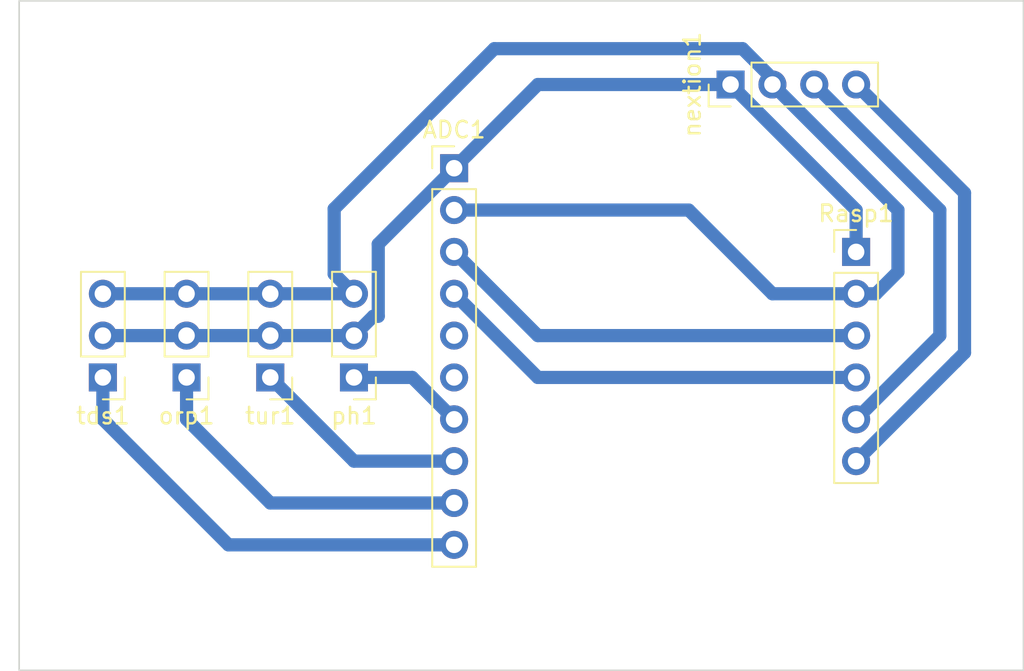
<source format=kicad_pcb>
(kicad_pcb (version 20221018) (generator pcbnew)
  (layers (0 "F.Cu" signal) (31 "B.Cu" signal) (34 "B.Paste" user) (35 "F.Paste" user) (36 "B.SilkS" user "B.Silkscreen") (37 "F.SilkS" user "F.Silkscreen") (38 "B.Mask" user) (39 "F.Mask" user) (44 "Edge.Cuts" user))
  (net 0 "")
  (net 1 "+5V")
  (net 2 "GND")
  (net 3 "Net-(ADC1-Pin_3)")
  (net 4 "Net-(ADC1-Pin_4)")
  (net 7 "Net-(ADC1-Pin_7)")
  (net 8 "Net-(ADC1-Pin_8)")
  (net 9 "Net-(ADC1-Pin_9)")
  (net 10 "Net-(ADC1-Pin_10)")
  (net 11 "Net-(Rasp1-Pin_5)")
  (net 12 "Net-(Rasp1-Pin_6)")
  (footprint "Connector_PinHeader_2.54mm:PinHeader_1x03_P2.54mm_Vertical" (layer "F.Cu") (at 167.64 83.82 180)
    (fp_text reference "orp1" (at 0 -2.33) (layer "F.SilkS"))
    (fp_text value "Conn_01x03_Pin")
    (fp_line (start -1.33 -1.33) (end 0 -1.33) (stroke (width 0.12)) (layer "F.SilkS"))
    (fp_line (start -1.33 0) (end -1.33 -1.33) (stroke (width 0.12)) (layer "F.SilkS"))
    (fp_line (start -1.33 1.27) (end -1.33 6.41) (stroke (width 0.12)) (layer "F.SilkS"))
    (fp_line (start -1.33 1.27) (end 1.33 1.27) (stroke (width 0.12)) (layer "F.SilkS"))
    (fp_line (start -1.33 6.41) (end 1.33 6.41) (stroke (width 0.12)) (layer "F.SilkS"))
    (fp_line (start 1.33 1.27) (end 1.33 6.41) (stroke (width 0.12)) (layer "F.SilkS"))
    (pad "1" thru_hole rect (at 0 0 180) (size 1.7 1.7) (drill 1) (layers "*.Cu" "*.Mask") (net 9 "Net-(ADC1-Pin_9)"))
    (pad "2" thru_hole oval (at 0 2.54 180) (size 1.7 1.7) (drill 1) (layers "*.Cu" "*.Mask") (net 1 "+5V"))
    (pad "3" thru_hole oval (at 0 5.08 180) (size 1.7 1.7) (drill 1) (layers "*.Cu" "*.Mask") (net 2 "GND"))
  )
  (footprint "Connector_PinHeader_2.54mm:PinHeader_1x04_P2.54mm_Vertical" (layer "F.Cu") (at 200.66 66.04 90)
    (fp_text reference "nextion1" (at 0 -2.33 90) (layer "F.SilkS"))
    (fp_text value "Conn_01x04_Pin")
    (fp_line (start -1.33 -1.33) (end 0 -1.33) (stroke (width 0.12)) (layer "F.SilkS"))
    (fp_line (start -1.33 0) (end -1.33 -1.33) (stroke (width 0.12)) (layer "F.SilkS"))
    (fp_line (start -1.33 1.27) (end -1.33 8.95) (stroke (width 0.12)) (layer "F.SilkS"))
    (fp_line (start -1.33 1.27) (end 1.33 1.27) (stroke (width 0.12)) (layer "F.SilkS"))
    (fp_line (start -1.33 8.95) (end 1.33 8.95) (stroke (width 0.12)) (layer "F.SilkS"))
    (fp_line (start 1.33 1.27) (end 1.33 8.95) (stroke (width 0.12)) (layer "F.SilkS"))
    (pad "1" thru_hole rect (at 0 0 90) (size 1.7 1.7) (drill 1) (layers "*.Cu" "*.Mask") (net 1 "+5V"))
    (pad "2" thru_hole oval (at 0 2.54 90) (size 1.7 1.7) (drill 1) (layers "*.Cu" "*.Mask") (net 2 "GND"))
    (pad "3" thru_hole oval (at 0 5.08 90) (size 1.7 1.7) (drill 1) (layers "*.Cu" "*.Mask") (net 11 "Net-(Rasp1-Pin_5)"))
    (pad "4" thru_hole oval (at 0 7.62 90) (size 1.7 1.7) (drill 1) (layers "*.Cu" "*.Mask") (net 12 "Net-(Rasp1-Pin_6)"))
  )
  (footprint "Connector_PinHeader_2.54mm:PinHeader_1x10_P2.54mm_Vertical" (layer "F.Cu") (at 183.88 71.12)
    (fp_text reference "ADC1" (at 0 -2.33) (layer "F.SilkS"))
    (fp_text value "Conn_01x10_Pin")
    (fp_line (start -1.33 -1.33) (end 0 -1.33) (stroke (width 0.12)) (layer "F.SilkS"))
    (fp_line (start -1.33 0) (end -1.33 -1.33) (stroke (width 0.12)) (layer "F.SilkS"))
    (fp_line (start -1.33 1.27) (end -1.33 24.19) (stroke (width 0.12)) (layer "F.SilkS"))
    (fp_line (start -1.33 1.27) (end 1.33 1.27) (stroke (width 0.12)) (layer "F.SilkS"))
    (fp_line (start -1.33 24.19) (end 1.33 24.19) (stroke (width 0.12)) (layer "F.SilkS"))
    (fp_line (start 1.33 1.27) (end 1.33 24.19) (stroke (width 0.12)) (layer "F.SilkS"))
    (pad "1" thru_hole rect (at 0 0) (size 1.7 1.7) (drill 1) (layers "*.Cu" "*.Mask") (net 1 "+5V"))
    (pad "2" thru_hole oval (at 0 2.54) (size 1.7 1.7) (drill 1) (layers "*.Cu" "*.Mask") (net 2 "GND"))
    (pad "3" thru_hole oval (at 0 5.08) (size 1.7 1.7) (drill 1) (layers "*.Cu" "*.Mask") (net 3 "Net-(ADC1-Pin_3)"))
    (pad "4" thru_hole oval (at 0 7.62) (size 1.7 1.7) (drill 1) (layers "*.Cu" "*.Mask") (net 4 "Net-(ADC1-Pin_4)"))
    (pad "5" thru_hole oval (at 0 10.16) (size 1.7 1.7) (drill 1) (layers "*.Cu" "*.Mask"))
    (pad "6" thru_hole oval (at 0 12.7) (size 1.7 1.7) (drill 1) (layers "*.Cu" "*.Mask"))
    (pad "7" thru_hole oval (at 0 15.24) (size 1.7 1.7) (drill 1) (layers "*.Cu" "*.Mask") (net 7 "Net-(ADC1-Pin_7)"))
    (pad "8" thru_hole oval (at 0 17.78) (size 1.7 1.7) (drill 1) (layers "*.Cu" "*.Mask") (net 8 "Net-(ADC1-Pin_8)"))
    (pad "9" thru_hole oval (at 0 20.32) (size 1.7 1.7) (drill 1) (layers "*.Cu" "*.Mask") (net 9 "Net-(ADC1-Pin_9)"))
    (pad "10" thru_hole oval (at 0 22.86) (size 1.7 1.7) (drill 1) (layers "*.Cu" "*.Mask") (net 10 "Net-(ADC1-Pin_10)"))
  )
  (footprint "Connector_PinHeader_2.54mm:PinHeader_1x03_P2.54mm_Vertical" (layer "F.Cu") (at 172.72 83.82 180)
    (fp_text reference "tur1" (at 0 -2.33) (layer "F.SilkS"))
    (fp_text value "Conn_01x03_Pin")
    (fp_line (start -1.33 -1.33) (end 0 -1.33) (stroke (width 0.12)) (layer "F.SilkS"))
    (fp_line (start -1.33 0) (end -1.33 -1.33) (stroke (width 0.12)) (layer "F.SilkS"))
    (fp_line (start -1.33 1.27) (end -1.33 6.41) (stroke (width 0.12)) (layer "F.SilkS"))
    (fp_line (start -1.33 1.27) (end 1.33 1.27) (stroke (width 0.12)) (layer "F.SilkS"))
    (fp_line (start -1.33 6.41) (end 1.33 6.41) (stroke (width 0.12)) (layer "F.SilkS"))
    (fp_line (start 1.33 1.27) (end 1.33 6.41) (stroke (width 0.12)) (layer "F.SilkS"))
    (pad "1" thru_hole rect (at 0 0 180) (size 1.7 1.7) (drill 1) (layers "*.Cu" "*.Mask") (net 8 "Net-(ADC1-Pin_8)"))
    (pad "2" thru_hole oval (at 0 2.54 180) (size 1.7 1.7) (drill 1) (layers "*.Cu" "*.Mask") (net 1 "+5V"))
    (pad "3" thru_hole oval (at 0 5.08 180) (size 1.7 1.7) (drill 1) (layers "*.Cu" "*.Mask") (net 2 "GND"))
  )
  (footprint "Connector_PinHeader_2.54mm:PinHeader_1x06_P2.54mm_Vertical" (layer "F.Cu") (at 208.28 76.2)
    (fp_text reference "Rasp1" (at 0 -2.33) (layer "F.SilkS"))
    (fp_text value "Conn_01x06_Pin")
    (fp_line (start -1.33 -1.33) (end 0 -1.33) (stroke (width 0.12)) (layer "F.SilkS"))
    (fp_line (start -1.33 0) (end -1.33 -1.33) (stroke (width 0.12)) (layer "F.SilkS"))
    (fp_line (start -1.33 1.27) (end -1.33 14.03) (stroke (width 0.12)) (layer "F.SilkS"))
    (fp_line (start -1.33 1.27) (end 1.33 1.27) (stroke (width 0.12)) (layer "F.SilkS"))
    (fp_line (start -1.33 14.03) (end 1.33 14.03) (stroke (width 0.12)) (layer "F.SilkS"))
    (fp_line (start 1.33 1.27) (end 1.33 14.03) (stroke (width 0.12)) (layer "F.SilkS"))
    (pad "1" thru_hole rect (at 0 0) (size 1.7 1.7) (drill 1) (layers "*.Cu" "*.Mask") (net 1 "+5V"))
    (pad "2" thru_hole oval (at 0 2.54) (size 1.7 1.7) (drill 1) (layers "*.Cu" "*.Mask") (net 2 "GND"))
    (pad "3" thru_hole oval (at 0 5.08) (size 1.7 1.7) (drill 1) (layers "*.Cu" "*.Mask") (net 3 "Net-(ADC1-Pin_3)"))
    (pad "4" thru_hole oval (at 0 7.62) (size 1.7 1.7) (drill 1) (layers "*.Cu" "*.Mask") (net 4 "Net-(ADC1-Pin_4)"))
    (pad "5" thru_hole oval (at 0 10.16) (size 1.7 1.7) (drill 1) (layers "*.Cu" "*.Mask") (net 11 "Net-(Rasp1-Pin_5)"))
    (pad "6" thru_hole oval (at 0 12.7) (size 1.7 1.7) (drill 1) (layers "*.Cu" "*.Mask") (net 12 "Net-(Rasp1-Pin_6)"))
  )
  (footprint "Connector_PinHeader_2.54mm:PinHeader_1x03_P2.54mm_Vertical" (layer "F.Cu") (at 177.8 83.82 180)
    (fp_text reference "ph1" (at 0 -2.33) (layer "F.SilkS"))
    (fp_text value "Conn_01x03_Pin")
    (fp_line (start -1.33 -1.33) (end 0 -1.33) (stroke (width 0.12)) (layer "F.SilkS"))
    (fp_line (start -1.33 0) (end -1.33 -1.33) (stroke (width 0.12)) (layer "F.SilkS"))
    (fp_line (start -1.33 1.27) (end -1.33 6.41) (stroke (width 0.12)) (layer "F.SilkS"))
    (fp_line (start -1.33 1.27) (end 1.33 1.27) (stroke (width 0.12)) (layer "F.SilkS"))
    (fp_line (start -1.33 6.41) (end 1.33 6.41) (stroke (width 0.12)) (layer "F.SilkS"))
    (fp_line (start 1.33 1.27) (end 1.33 6.41) (stroke (width 0.12)) (layer "F.SilkS"))
    (pad "1" thru_hole rect (at 0 0 180) (size 1.7 1.7) (drill 1) (layers "*.Cu" "*.Mask") (net 7 "Net-(ADC1-Pin_7)"))
    (pad "2" thru_hole oval (at 0 2.54 180) (size 1.7 1.7) (drill 1) (layers "*.Cu" "*.Mask") (net 1 "+5V"))
    (pad "3" thru_hole oval (at 0 5.08 180) (size 1.7 1.7) (drill 1) (layers "*.Cu" "*.Mask") (net 2 "GND"))
  )
  (footprint "Connector_PinHeader_2.54mm:PinHeader_1x03_P2.54mm_Vertical" (layer "F.Cu") (at 162.56 83.82 180)
    (fp_text reference "tds1" (at 0 -2.33) (layer "F.SilkS"))
    (fp_text value "Conn_01x03_Pin")
    (fp_line (start -1.33 -1.33) (end 0 -1.33) (stroke (width 0.12)) (layer "F.SilkS"))
    (fp_line (start -1.33 0) (end -1.33 -1.33) (stroke (width 0.12)) (layer "F.SilkS"))
    (fp_line (start -1.33 1.27) (end -1.33 6.41) (stroke (width 0.12)) (layer "F.SilkS"))
    (fp_line (start -1.33 1.27) (end 1.33 1.27) (stroke (width 0.12)) (layer "F.SilkS"))
    (fp_line (start -1.33 6.41) (end 1.33 6.41) (stroke (width 0.12)) (layer "F.SilkS"))
    (fp_line (start 1.33 1.27) (end 1.33 6.41) (stroke (width 0.12)) (layer "F.SilkS"))
    (pad "1" thru_hole rect (at 0 0 180) (size 1.7 1.7) (drill 1) (layers "*.Cu" "*.Mask") (net 10 "Net-(ADC1-Pin_10)"))
    (pad "2" thru_hole oval (at 0 2.54 180) (size 1.7 1.7) (drill 1) (layers "*.Cu" "*.Mask") (net 1 "+5V"))
    (pad "3" thru_hole oval (at 0 5.08 180) (size 1.7 1.7) (drill 1) (layers "*.Cu" "*.Mask") (net 2 "GND"))
  )
  (gr_rect (start 157.48 60.96) (end 218.44 101.6) (stroke (width 0.1)) (fill none) (layer "Edge.Cuts"))
  (segment (start 179.275 75.725) (end 179.275 80.105) (width 0.8) (layer "B.Cu") (net 1))
  (segment (start 167.64 81.28) (end 172.72 81.28) (width 0.8) (layer "B.Cu") (net 1))
  (segment (start 162.56 81.28) (end 167.64 81.28) (width 0.8) (layer "B.Cu") (net 1))
  (segment (start 208.28 76.2) (end 208.28 73.66) (width 0.8) (layer "B.Cu") (net 1))
  (segment (start 172.72 81.28) (end 177.8 81.28) (width 0.8) (layer "B.Cu") (net 1))
  (segment (start 188.96 66.04) (end 183.88 71.12) (width 0.8) (layer "B.Cu") (net 1))
  (segment (start 200.66 66.04) (end 188.96 66.04) (width 0.8) (layer "B.Cu") (net 1))
  (segment (start 183.88 71.12) (end 179.275 75.725) (width 0.8) (layer "B.Cu") (net 1))
  (segment (start 208.28 73.66) (end 200.66 66.04) (width 0.8) (layer "B.Cu") (net 1))
  (segment (start 178.975 80.105) (end 177.8 81.28) (width 0.8) (layer "B.Cu") (net 1))
  (segment (start 179.275 80.105) (end 178.975 80.105) (width 0.8) (layer "B.Cu") (net 1))
  (segment (start 185.32 64.865) (end 186.32 63.865) (width 0.8) (layer "B.Cu") (net 2))
  (segment (start 210.82 77.402081) (end 209.482081 78.74) (width 0.8) (layer "B.Cu") (net 2))
  (segment (start 203.2 66.04) (end 210.82 73.66) (width 0.8) (layer "B.Cu") (net 2))
  (segment (start 176.6 77.54) (end 177.8 78.74) (width 0.8) (layer "B.Cu") (net 2))
  (segment (start 203.2 78.74) (end 198.12 73.66) (width 0.8) (layer "B.Cu") (net 2))
  (segment (start 176.6 73.585) (end 176.6 77.54) (width 0.8) (layer "B.Cu") (net 2))
  (segment (start 198.12 73.66) (end 183.88 73.66) (width 0.8) (layer "B.Cu") (net 2))
  (segment (start 185.32 64.865) (end 176.6 73.585) (width 0.8) (layer "B.Cu") (net 2))
  (segment (start 209.482081 78.74) (end 208.28 78.74) (width 0.8) (layer "B.Cu") (net 2))
  (segment (start 210.82 73.66) (end 210.82 77.402081) (width 0.8) (layer "B.Cu") (net 2))
  (segment (start 203.2 78.74) (end 208.28 78.74) (width 0.8) (layer "B.Cu") (net 2))
  (segment (start 201.385 63.865) (end 203.2 65.68) (width 0.8) (layer "B.Cu") (net 2))
  (segment (start 186.32 63.865) (end 201.385 63.865) (width 0.8) (layer "B.Cu") (net 2))
  (segment (start 167.64 78.74) (end 172.72 78.74) (width 0.8) (layer "B.Cu") (net 2))
  (segment (start 172.72 78.74) (end 177.8 78.74) (width 0.8) (layer "B.Cu") (net 2))
  (segment (start 162.56 78.74) (end 167.64 78.74) (width 0.8) (layer "B.Cu") (net 2))
  (segment (start 203.2 65.68) (end 203.2 66.04) (width 0.8) (layer "B.Cu") (net 2))
  (segment (start 183.88 76.2) (end 188.96 81.28) (width 0.8) (layer "B.Cu") (net 3))
  (segment (start 188.96 81.28) (end 208.28 81.28) (width 0.8) (layer "B.Cu") (net 3))
  (segment (start 183.88 78.74) (end 188.96 83.82) (width 0.8) (layer "B.Cu") (net 4))
  (segment (start 188.96 83.82) (end 208.28 83.82) (width 0.8) (layer "B.Cu") (net 4))
  (segment (start 181.34 83.82) (end 183.88 86.36) (width 0.8) (layer "B.Cu") (net 7))
  (segment (start 177.8 83.82) (end 181.34 83.82) (width 0.8) (layer "B.Cu") (net 7))
  (segment (start 177.8 88.9) (end 183.88 88.9) (width 0.8) (layer "B.Cu") (net 8))
  (segment (start 172.72 83.82) (end 177.8 88.9) (width 0.8) (layer "B.Cu") (net 8))
  (segment (start 167.64 86.36) (end 172.72 91.44) (width 0.8) (layer "B.Cu") (net 9))
  (segment (start 167.64 83.82) (end 167.64 86.36) (width 0.8) (layer "B.Cu") (net 9))
  (segment (start 172.72 91.44) (end 183.88 91.44) (width 0.8) (layer "B.Cu") (net 9))
  (segment (start 170.18 93.98) (end 183.88 93.98) (width 0.8) (layer "B.Cu") (net 10))
  (segment (start 162.56 86.36) (end 170.18 93.98) (width 0.8) (layer "B.Cu") (net 10))
  (segment (start 162.56 83.82) (end 162.56 86.36) (width 0.8) (layer "B.Cu") (net 10))
  (segment (start 213.36 73.66) (end 205.74 66.04) (width 0.8) (layer "B.Cu") (net 11))
  (segment (start 213.36 81.28) (end 213.36 73.66) (width 0.8) (layer "B.Cu") (net 11))
  (segment (start 208.28 86.36) (end 213.36 81.28) (width 0.8) (layer "B.Cu") (net 11))
  (segment (start 208.28 88.9) (end 214.31 82.87) (width 0.8) (layer "B.Cu") (net 12))
  (segment (start 214.86 82.32) (end 214.86 72.62) (width 0.8) (layer "B.Cu") (net 12))
  (segment (start 214.31 82.87) (end 214.36 82.82) (width 0.8) (layer "B.Cu") (net 12))
  (segment (start 214.31 82.87) (end 214.86 82.32) (width 0.8) (layer "B.Cu") (net 12))
  (segment (start 214.86 72.62) (end 213.36 71.12) (width 0.8) (layer "B.Cu") (net 12))
  (segment (start 213.81 71.57) (end 208.28 66.04) (width 0.8) (layer "B.Cu") (net 12))
)
</source>
